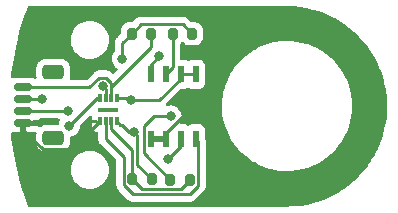
<source format=gbr>
%TF.GenerationSoftware,KiCad,Pcbnew,(6.0.0)*%
%TF.CreationDate,2022-07-24T20:05:13-05:00*%
%TF.ProjectId,DriveByWireMrSensor,44726976-6542-4795-9769-72654d725365,rev?*%
%TF.SameCoordinates,Original*%
%TF.FileFunction,Copper,L2,Bot*%
%TF.FilePolarity,Positive*%
%FSLAX46Y46*%
G04 Gerber Fmt 4.6, Leading zero omitted, Abs format (unit mm)*
G04 Created by KiCad (PCBNEW (6.0.0)) date 2022-07-24 20:05:13*
%MOMM*%
%LPD*%
G01*
G04 APERTURE LIST*
G04 Aperture macros list*
%AMRoundRect*
0 Rectangle with rounded corners*
0 $1 Rounding radius*
0 $2 $3 $4 $5 $6 $7 $8 $9 X,Y pos of 4 corners*
0 Add a 4 corners polygon primitive as box body*
4,1,4,$2,$3,$4,$5,$6,$7,$8,$9,$2,$3,0*
0 Add four circle primitives for the rounded corners*
1,1,$1+$1,$2,$3*
1,1,$1+$1,$4,$5*
1,1,$1+$1,$6,$7*
1,1,$1+$1,$8,$9*
0 Add four rect primitives between the rounded corners*
20,1,$1+$1,$2,$3,$4,$5,0*
20,1,$1+$1,$4,$5,$6,$7,0*
20,1,$1+$1,$6,$7,$8,$9,0*
20,1,$1+$1,$8,$9,$2,$3,0*%
G04 Aperture macros list end*
%TA.AperFunction,SMDPad,CuDef*%
%ADD10RoundRect,0.200000X-0.200000X-0.275000X0.200000X-0.275000X0.200000X0.275000X-0.200000X0.275000X0*%
%TD*%
%TA.AperFunction,SMDPad,CuDef*%
%ADD11RoundRect,0.200000X0.200000X0.275000X-0.200000X0.275000X-0.200000X-0.275000X0.200000X-0.275000X0*%
%TD*%
%TA.AperFunction,SMDPad,CuDef*%
%ADD12R,0.300000X0.750000*%
%TD*%
%TA.AperFunction,SMDPad,CuDef*%
%ADD13R,1.750000X0.450000*%
%TD*%
%TA.AperFunction,SMDPad,CuDef*%
%ADD14R,0.533400X1.460500*%
%TD*%
%TA.AperFunction,SMDPad,CuDef*%
%ADD15RoundRect,0.150000X0.625000X-0.150000X0.625000X0.150000X-0.625000X0.150000X-0.625000X-0.150000X0*%
%TD*%
%TA.AperFunction,SMDPad,CuDef*%
%ADD16RoundRect,0.250000X0.650000X-0.350000X0.650000X0.350000X-0.650000X0.350000X-0.650000X-0.350000X0*%
%TD*%
%TA.AperFunction,ViaPad*%
%ADD17C,0.800000*%
%TD*%
%TA.AperFunction,Conductor*%
%ADD18C,0.228600*%
%TD*%
G04 APERTURE END LIST*
D10*
%TO.P,R4,1*%
%TO.N,LM358_InM2*%
X100035000Y-72970000D03*
%TO.P,R4,2*%
%TO.N,AnalogSignal2*%
X101685000Y-72970000D03*
%TD*%
D11*
%TO.P,R1,1*%
%TO.N,LM358_InM1*%
X104975000Y-85350000D03*
%TO.P,R1,2*%
%TO.N,SourceSignal1*%
X103325000Y-85350000D03*
%TD*%
%TO.P,R3,1*%
%TO.N,LM358_InM2*%
X105173000Y-72980000D03*
%TO.P,R3,2*%
%TO.N,SourceSignal2*%
X103523000Y-72980000D03*
%TD*%
D12*
%TO.P,U1,1*%
%TO.N,AnalogSignal1*%
X98830000Y-80410000D03*
%TO.P,U1,2,-*%
%TO.N,LM358_InM1*%
X98330000Y-80410000D03*
%TO.P,U1,3,+*%
%TO.N,LM358_InP1*%
X97830000Y-80410000D03*
%TO.P,U1,4,V-*%
%TO.N,GND*%
X97330000Y-80410000D03*
%TO.P,U1,5,+*%
%TO.N,LM358_InP2*%
X97330000Y-78410000D03*
%TO.P,U1,6,-*%
%TO.N,LM358_InM2*%
X97830000Y-78410000D03*
%TO.P,U1,7*%
%TO.N,AnalogSignal2*%
X98330000Y-78410000D03*
%TO.P,U1,8,V+*%
%TO.N,+3V3*%
X98830000Y-78410000D03*
D13*
%TO.P,U1,9*%
%TO.N,N/C*%
X98080000Y-79410000D03*
%TD*%
D14*
%TO.P,U2,1,ON1*%
%TO.N,SourceSignal1*%
X101645000Y-76425850D03*
%TO.P,U2,2,ON2*%
%TO.N,SourceSignal2*%
X102915000Y-76425850D03*
%TO.P,U2,3,VCC2*%
%TO.N,+3V3*%
X104185000Y-76425850D03*
%TO.P,U2,4,VCC1*%
X105455000Y-76425850D03*
%TO.P,U2,5,OP1*%
%TO.N,LM358_InP1*%
X105455000Y-81874150D03*
%TO.P,U2,6,OP2*%
%TO.N,LM358_InP2*%
X104185000Y-81874150D03*
%TO.P,U2,7,GND2*%
%TO.N,GND*%
X102915000Y-81874150D03*
%TO.P,U2,8,GND1*%
X101645000Y-81874150D03*
%TD*%
D10*
%TO.P,R2,1*%
%TO.N,LM358_InM1*%
X100095000Y-85310000D03*
%TO.P,R2,2*%
%TO.N,AnalogSignal1*%
X101745000Y-85310000D03*
%TD*%
D15*
%TO.P,J1,1,Pin_1*%
%TO.N,GND*%
X90865000Y-80530000D03*
%TO.P,J1,2,Pin_2*%
%TO.N,+3V3*%
X90865000Y-79530000D03*
%TO.P,J1,3,Pin_3*%
%TO.N,AnalogSignal1*%
X90865000Y-78530000D03*
%TO.P,J1,4,Pin_4*%
%TO.N,AnalogSignal2*%
X90865000Y-77530000D03*
D16*
%TO.P,J1,MP*%
%TO.N,N/C*%
X93390000Y-81830000D03*
X93390000Y-76230000D03*
%TD*%
D17*
%TO.N,+3V3*%
X99970000Y-78570000D03*
X94630000Y-79530000D03*
%TO.N,GND*%
X104820000Y-79510000D03*
%TO.N,SourceSignal1*%
X103351183Y-79964951D03*
X102350000Y-74890000D03*
%TO.N,AnalogSignal1*%
X100260537Y-81331071D03*
X92410000Y-78540000D03*
%TO.N,LM358_InM2*%
X99260000Y-75110000D03*
X97600000Y-77420000D03*
%TO.N,LM358_InP2*%
X103150000Y-83550000D03*
X94760000Y-80750000D03*
%TD*%
D18*
%TO.N,+3V3*%
X102395422Y-78570000D02*
X104185000Y-76780422D01*
X99970000Y-78570000D02*
X102395422Y-78570000D01*
X99810000Y-78410000D02*
X99970000Y-78570000D01*
X90865000Y-79530000D02*
X94630000Y-79530000D01*
X98830000Y-78410000D02*
X99810000Y-78410000D01*
X104185000Y-76425850D02*
X105455000Y-76425850D01*
X104185000Y-76780422D02*
X104185000Y-76425850D01*
%TO.N,GND*%
X94996180Y-82743820D02*
X92506459Y-82743820D01*
X92506459Y-82743820D02*
X90865000Y-81102361D01*
X97330000Y-80410000D02*
X94996180Y-82743820D01*
X90865000Y-81102361D02*
X90865000Y-80530000D01*
X102915000Y-81410600D02*
X104825600Y-79500000D01*
X102915000Y-81874150D02*
X102915000Y-81410600D01*
X104825600Y-79500000D02*
X104850000Y-79500000D01*
X101645000Y-81874150D02*
X102915000Y-81874150D01*
%TO.N,SourceSignal1*%
X101064489Y-80830089D02*
X101929627Y-79964951D01*
X101064489Y-83089489D02*
X101064489Y-80830089D01*
X103325000Y-85350000D02*
X101064489Y-83089489D01*
X101929627Y-79964951D02*
X103351183Y-79964951D01*
X101645000Y-75595000D02*
X101645000Y-76425850D01*
X102350000Y-74890000D02*
X101645000Y-75595000D01*
%TO.N,AnalogSignal1*%
X90865000Y-78530000D02*
X92400000Y-78530000D01*
X98830000Y-80410000D02*
X99090700Y-80670700D01*
X99090700Y-80670700D02*
X99196140Y-80670700D01*
X100523111Y-81593645D02*
X100260537Y-81331071D01*
X92400000Y-78530000D02*
X92410000Y-78540000D01*
X99196140Y-80670700D02*
X99856511Y-81331071D01*
X99856511Y-81331071D02*
X100260537Y-81331071D01*
X100523111Y-84088111D02*
X100523111Y-81593645D01*
X101745000Y-85310000D02*
X100523111Y-84088111D01*
%TO.N,SourceSignal2*%
X103523000Y-75817850D02*
X102915000Y-76425850D01*
X103523000Y-72980000D02*
X103523000Y-75817850D01*
%TO.N,AnalogSignal2*%
X101685000Y-72970000D02*
X101685000Y-74115000D01*
X97895667Y-76706199D02*
X98330000Y-77140532D01*
X90865000Y-77530000D02*
X96470532Y-77530000D01*
X98330000Y-77470000D02*
X98330000Y-78410000D01*
X97294333Y-76706199D02*
X97895667Y-76706199D01*
X98330000Y-77140532D02*
X98330000Y-77470000D01*
X96470532Y-77530000D02*
X97294333Y-76706199D01*
X101685000Y-74115000D02*
X98330000Y-77470000D01*
%TO.N,LM358_InM1*%
X98330000Y-80410000D02*
X98330000Y-81062622D01*
X100095000Y-82827622D02*
X100095000Y-85310000D01*
X104186180Y-86138820D02*
X104975000Y-85350000D01*
X98330000Y-81062622D02*
X100095000Y-82827622D01*
X100095000Y-85310000D02*
X100923820Y-86138820D01*
X100923820Y-86138820D02*
X104186180Y-86138820D01*
%TO.N,LM358_InM2*%
X104374180Y-72181180D02*
X105173000Y-72980000D01*
X97830000Y-78410000D02*
X97830000Y-77650000D01*
X99260000Y-73745000D02*
X100035000Y-72970000D01*
X97830000Y-77650000D02*
X97600000Y-77420000D01*
X100823820Y-72181180D02*
X104374180Y-72181180D01*
X100035000Y-72970000D02*
X100823820Y-72181180D01*
X99260000Y-75110000D02*
X99260000Y-73745000D01*
%TO.N,LM358_InP1*%
X97830000Y-81890000D02*
X99380000Y-83440000D01*
X104946651Y-86580000D02*
X100163349Y-86580000D01*
X100163349Y-86580000D02*
X99380000Y-85796651D01*
X105455000Y-81874150D02*
X105688820Y-82107970D01*
X105688820Y-82107970D02*
X105688820Y-85837831D01*
X97830000Y-80410000D02*
X97830000Y-81890000D01*
X105688820Y-85837831D02*
X104946651Y-86580000D01*
X99380000Y-85796651D02*
X99380000Y-83440000D01*
%TO.N,LM358_InP2*%
X94760000Y-80750000D02*
X97100000Y-78410000D01*
X97100000Y-78410000D02*
X97330000Y-78410000D01*
X104185000Y-82515000D02*
X103150000Y-83550000D01*
X104185000Y-81874150D02*
X104185000Y-82515000D01*
%TD*%
%TA.AperFunction,Conductor*%
%TO.N,GND*%
G36*
X113156057Y-70630500D02*
G01*
X113170858Y-70632805D01*
X113170861Y-70632805D01*
X113179730Y-70634186D01*
X113202360Y-70631227D01*
X113222901Y-70630234D01*
X113749001Y-70647824D01*
X113757403Y-70648387D01*
X114313677Y-70704348D01*
X114322023Y-70705470D01*
X114873330Y-70798464D01*
X114881581Y-70800141D01*
X115425451Y-70929752D01*
X115433573Y-70931977D01*
X115967575Y-71097625D01*
X115975509Y-71100381D01*
X116123134Y-71157237D01*
X116497260Y-71301329D01*
X116505013Y-71304617D01*
X117012151Y-71539954D01*
X117019664Y-71543750D01*
X117238746Y-71663810D01*
X117509979Y-71812450D01*
X117517224Y-71816742D01*
X117902017Y-72062384D01*
X117988461Y-72117568D01*
X117995401Y-72122331D01*
X118018600Y-72139424D01*
X118445531Y-72453990D01*
X118452139Y-72459209D01*
X118879094Y-72820176D01*
X118885322Y-72825808D01*
X119287231Y-73214505D01*
X119293069Y-73220542D01*
X119658264Y-73624319D01*
X119668109Y-73635204D01*
X119673539Y-73641626D01*
X120019324Y-74079500D01*
X120020043Y-74080410D01*
X120025034Y-74087183D01*
X120127686Y-74236722D01*
X120341454Y-74548128D01*
X120345985Y-74555225D01*
X120630919Y-75036288D01*
X120634965Y-75043673D01*
X120887112Y-75542655D01*
X120890657Y-75550293D01*
X120989739Y-75783955D01*
X121098165Y-76039653D01*
X121108928Y-76065036D01*
X121111951Y-76072887D01*
X121281848Y-76562168D01*
X121295347Y-76601044D01*
X121297839Y-76609075D01*
X121406071Y-77004183D01*
X121445555Y-77148323D01*
X121447506Y-77156511D01*
X121558221Y-77701206D01*
X121558869Y-77704396D01*
X121560268Y-77712686D01*
X121592693Y-77953789D01*
X121634790Y-78266810D01*
X121635633Y-78275188D01*
X121672977Y-78833042D01*
X121673258Y-78841458D01*
X121673258Y-79400542D01*
X121672977Y-79408958D01*
X121635633Y-79966812D01*
X121634790Y-79975190D01*
X121619919Y-80085767D01*
X121563956Y-80501895D01*
X121560270Y-80529301D01*
X121558871Y-80537590D01*
X121447507Y-81085485D01*
X121445556Y-81093673D01*
X121317911Y-81559652D01*
X121297842Y-81632914D01*
X121295350Y-81640945D01*
X121113436Y-82164838D01*
X121111954Y-82169106D01*
X121108931Y-82176956D01*
X121035065Y-82351153D01*
X120890657Y-82691707D01*
X120887112Y-82699345D01*
X120634965Y-83198327D01*
X120630919Y-83205712D01*
X120345985Y-83686775D01*
X120341454Y-83693872D01*
X120305529Y-83746206D01*
X120071548Y-84087058D01*
X120025038Y-84154811D01*
X120020047Y-84161584D01*
X119687752Y-84582376D01*
X119673546Y-84600365D01*
X119668116Y-84606788D01*
X119293069Y-85021458D01*
X119287231Y-85027495D01*
X118885322Y-85416192D01*
X118879094Y-85421824D01*
X118624414Y-85637142D01*
X118452139Y-85782791D01*
X118445531Y-85788010D01*
X118361862Y-85849658D01*
X118023356Y-86099072D01*
X117995404Y-86119667D01*
X117988463Y-86124430D01*
X117688778Y-86315742D01*
X117517224Y-86425258D01*
X117509979Y-86429550D01*
X117019666Y-86698249D01*
X117012151Y-86702046D01*
X116505013Y-86937383D01*
X116497260Y-86940671D01*
X115975509Y-87141619D01*
X115967575Y-87144375D01*
X115764271Y-87207440D01*
X115433573Y-87310023D01*
X115425451Y-87312248D01*
X114881581Y-87441859D01*
X114873330Y-87443536D01*
X114322023Y-87536530D01*
X114313677Y-87537652D01*
X114210271Y-87548055D01*
X113757387Y-87593615D01*
X113749016Y-87594176D01*
X113421495Y-87605127D01*
X113230446Y-87611514D01*
X113206852Y-87610084D01*
X113201145Y-87609195D01*
X113201138Y-87609195D01*
X113192270Y-87607814D01*
X113183368Y-87608978D01*
X113183365Y-87608978D01*
X113160749Y-87611936D01*
X113144411Y-87613000D01*
X91373669Y-87613000D01*
X91305548Y-87592998D01*
X91259055Y-87539342D01*
X91255977Y-87531996D01*
X91086731Y-87089320D01*
X91085089Y-87084764D01*
X90900745Y-86540789D01*
X90796830Y-86234150D01*
X90795370Y-86229553D01*
X90790341Y-86212593D01*
X90672246Y-85814378D01*
X90540013Y-85368487D01*
X90538726Y-85363819D01*
X90375587Y-84724539D01*
X90318287Y-84500000D01*
X94886526Y-84500000D01*
X94906391Y-84752403D01*
X94965495Y-84998591D01*
X95062384Y-85232502D01*
X95194672Y-85448376D01*
X95359102Y-85640898D01*
X95551624Y-85805328D01*
X95767498Y-85937616D01*
X95772068Y-85939509D01*
X95772072Y-85939511D01*
X95966977Y-86020243D01*
X96001409Y-86034505D01*
X96077556Y-86052786D01*
X96242784Y-86092454D01*
X96242790Y-86092455D01*
X96247597Y-86093609D01*
X96347416Y-86101465D01*
X96434345Y-86108307D01*
X96434352Y-86108307D01*
X96436801Y-86108500D01*
X96563199Y-86108500D01*
X96565648Y-86108307D01*
X96565655Y-86108307D01*
X96652584Y-86101465D01*
X96752403Y-86093609D01*
X96757210Y-86092455D01*
X96757216Y-86092454D01*
X96922444Y-86052786D01*
X96998591Y-86034505D01*
X97033023Y-86020243D01*
X97227928Y-85939511D01*
X97227932Y-85939509D01*
X97232502Y-85937616D01*
X97448376Y-85805328D01*
X97640898Y-85640898D01*
X97805328Y-85448376D01*
X97937616Y-85232502D01*
X98034505Y-84998591D01*
X98093609Y-84752403D01*
X98113474Y-84500000D01*
X98093609Y-84247597D01*
X98091906Y-84240500D01*
X98035660Y-84006221D01*
X98034505Y-84001409D01*
X98028426Y-83986732D01*
X97939511Y-83772072D01*
X97939509Y-83772068D01*
X97937616Y-83767498D01*
X97805328Y-83551624D01*
X97640898Y-83359102D01*
X97448376Y-83194672D01*
X97232502Y-83062384D01*
X97227932Y-83060491D01*
X97227928Y-83060489D01*
X97003164Y-82967389D01*
X97003162Y-82967388D01*
X96998591Y-82965495D01*
X96884744Y-82938163D01*
X96757216Y-82907546D01*
X96757210Y-82907545D01*
X96752403Y-82906391D01*
X96652584Y-82898535D01*
X96565655Y-82891693D01*
X96565648Y-82891693D01*
X96563199Y-82891500D01*
X96436801Y-82891500D01*
X96434352Y-82891693D01*
X96434345Y-82891693D01*
X96347416Y-82898535D01*
X96247597Y-82906391D01*
X96242790Y-82907545D01*
X96242784Y-82907546D01*
X96115256Y-82938163D01*
X96001409Y-82965495D01*
X95996838Y-82967388D01*
X95996836Y-82967389D01*
X95772072Y-83060489D01*
X95772068Y-83060491D01*
X95767498Y-83062384D01*
X95551624Y-83194672D01*
X95359102Y-83359102D01*
X95194672Y-83551624D01*
X95062384Y-83767498D01*
X95060491Y-83772068D01*
X95060489Y-83772072D01*
X94971574Y-83986732D01*
X94965495Y-84001409D01*
X94964340Y-84006221D01*
X94908095Y-84240500D01*
X94906391Y-84247597D01*
X94886526Y-84500000D01*
X90318287Y-84500000D01*
X90316653Y-84493596D01*
X90315548Y-84488895D01*
X90311021Y-84467800D01*
X90230332Y-84091847D01*
X90127075Y-83610743D01*
X90126150Y-83605989D01*
X89971564Y-82721251D01*
X89970823Y-82716465D01*
X89905471Y-82233650D01*
X89850356Y-81826472D01*
X89849801Y-81821683D01*
X89849759Y-81821242D01*
X89811043Y-81419611D01*
X89824417Y-81349886D01*
X89873364Y-81298459D01*
X89942344Y-81281659D01*
X89976352Y-81289535D01*
X89976600Y-81288682D01*
X90130065Y-81333269D01*
X90142667Y-81335570D01*
X90171084Y-81337807D01*
X90176014Y-81338000D01*
X90592885Y-81338000D01*
X90608124Y-81333525D01*
X90609329Y-81332135D01*
X90611000Y-81324452D01*
X90611000Y-80464500D01*
X90631002Y-80396379D01*
X90684658Y-80349886D01*
X90737000Y-80338500D01*
X91556502Y-80338500D01*
X91558950Y-80338307D01*
X91558958Y-80338307D01*
X91587421Y-80336067D01*
X91587426Y-80336066D01*
X91593831Y-80335562D01*
X91665578Y-80314718D01*
X91745989Y-80291357D01*
X91745993Y-80291355D01*
X91753601Y-80289145D01*
X91758725Y-80286115D01*
X91807570Y-80276000D01*
X92126878Y-80276000D01*
X92140408Y-80272027D01*
X92142012Y-80260868D01*
X92171505Y-80196288D01*
X92231232Y-80157904D01*
X92266730Y-80152800D01*
X93837510Y-80152800D01*
X93905631Y-80172802D01*
X93952124Y-80226458D01*
X93962228Y-80296732D01*
X93946630Y-80341799D01*
X93925473Y-80378444D01*
X93923431Y-80384729D01*
X93885288Y-80502121D01*
X93866458Y-80560072D01*
X93865768Y-80566635D01*
X93865768Y-80566636D01*
X93861350Y-80608671D01*
X93834337Y-80674327D01*
X93776115Y-80714957D01*
X93736040Y-80721500D01*
X92689600Y-80721500D01*
X92686354Y-80721837D01*
X92686350Y-80721837D01*
X92590692Y-80731762D01*
X92590688Y-80731763D01*
X92583834Y-80732474D01*
X92577298Y-80734655D01*
X92577296Y-80734655D01*
X92568535Y-80737578D01*
X92416054Y-80788450D01*
X92338423Y-80836490D01*
X92325212Y-80844665D01*
X92256760Y-80863503D01*
X92188991Y-80842342D01*
X92153105Y-80805943D01*
X92141520Y-80788029D01*
X92132630Y-80784000D01*
X91137115Y-80784000D01*
X91121876Y-80788475D01*
X91120671Y-80789865D01*
X91119000Y-80797548D01*
X91119000Y-81319884D01*
X91123475Y-81335123D01*
X91124865Y-81336328D01*
X91132548Y-81337999D01*
X91553984Y-81337999D01*
X91558920Y-81337805D01*
X91587336Y-81335570D01*
X91599931Y-81333270D01*
X91745790Y-81290893D01*
X91760226Y-81284646D01*
X91796649Y-81263106D01*
X91865466Y-81245647D01*
X91932797Y-81268165D01*
X91977265Y-81323510D01*
X91986131Y-81384402D01*
X91981500Y-81429600D01*
X91981500Y-82230400D01*
X91981837Y-82233646D01*
X91981837Y-82233650D01*
X91990103Y-82313311D01*
X91992474Y-82336166D01*
X92048450Y-82503946D01*
X92141522Y-82654348D01*
X92146704Y-82659521D01*
X92187461Y-82700207D01*
X92266697Y-82779305D01*
X92272927Y-82783145D01*
X92272928Y-82783146D01*
X92410090Y-82867694D01*
X92417262Y-82872115D01*
X92426518Y-82875185D01*
X92578611Y-82925632D01*
X92578613Y-82925632D01*
X92585139Y-82927797D01*
X92591975Y-82928497D01*
X92591978Y-82928498D01*
X92635031Y-82932909D01*
X92689600Y-82938500D01*
X94090400Y-82938500D01*
X94093646Y-82938163D01*
X94093650Y-82938163D01*
X94189308Y-82928238D01*
X94189312Y-82928237D01*
X94196166Y-82927526D01*
X94202702Y-82925345D01*
X94202704Y-82925345D01*
X94353051Y-82875185D01*
X94363946Y-82871550D01*
X94514348Y-82778478D01*
X94639305Y-82653303D01*
X94718783Y-82524366D01*
X94728275Y-82508968D01*
X94728276Y-82508966D01*
X94732115Y-82502738D01*
X94764062Y-82406419D01*
X94785632Y-82341389D01*
X94785632Y-82341387D01*
X94787797Y-82334861D01*
X94788831Y-82324775D01*
X94798172Y-82233598D01*
X94798500Y-82230400D01*
X94798500Y-81772646D01*
X94818502Y-81704525D01*
X94872158Y-81658032D01*
X94898302Y-81649399D01*
X95042288Y-81618794D01*
X95175124Y-81559652D01*
X95210722Y-81543803D01*
X95210724Y-81543802D01*
X95216752Y-81541118D01*
X95371253Y-81428866D01*
X95379585Y-81419612D01*
X95494621Y-81291852D01*
X95494622Y-81291851D01*
X95499040Y-81286944D01*
X95588578Y-81131860D01*
X95591223Y-81127279D01*
X95591224Y-81127278D01*
X95594527Y-81121556D01*
X95653542Y-80939928D01*
X95655083Y-80925272D01*
X95663554Y-80844665D01*
X95672685Y-80757797D01*
X95699697Y-80692141D01*
X95708899Y-80681873D01*
X96456905Y-79933867D01*
X96519217Y-79899841D01*
X96590032Y-79904906D01*
X96646868Y-79947453D01*
X96671679Y-80013973D01*
X96672000Y-80022962D01*
X96672000Y-80241885D01*
X96676475Y-80257124D01*
X96677865Y-80258329D01*
X96685548Y-80260000D01*
X97045500Y-80260000D01*
X97113621Y-80280002D01*
X97160114Y-80333658D01*
X97171500Y-80386000D01*
X97171500Y-80434000D01*
X97151498Y-80502121D01*
X97097842Y-80548614D01*
X97045500Y-80560000D01*
X96690116Y-80560000D01*
X96674877Y-80564475D01*
X96673672Y-80565865D01*
X96672001Y-80573548D01*
X96672001Y-80829669D01*
X96672371Y-80836490D01*
X96677895Y-80887352D01*
X96681521Y-80902604D01*
X96726676Y-81023054D01*
X96735214Y-81038649D01*
X96811715Y-81140724D01*
X96824276Y-81153285D01*
X96926351Y-81229786D01*
X96941946Y-81238324D01*
X97062394Y-81283478D01*
X97077650Y-81287106D01*
X97094805Y-81288969D01*
X97160368Y-81316209D01*
X97200795Y-81374572D01*
X97207200Y-81414232D01*
X97207200Y-81812648D01*
X97206687Y-81823538D01*
X97205036Y-81830923D01*
X97205285Y-81838848D01*
X97205285Y-81838849D01*
X97207138Y-81897805D01*
X97207200Y-81901763D01*
X97207200Y-81929183D01*
X97207696Y-81933112D01*
X97207716Y-81933426D01*
X97208616Y-81944853D01*
X97209979Y-81988202D01*
X97215488Y-82007164D01*
X97219497Y-82026525D01*
X97221972Y-82046115D01*
X97224891Y-82053487D01*
X97224891Y-82053488D01*
X97237939Y-82086445D01*
X97241784Y-82097675D01*
X97253880Y-82139310D01*
X97257915Y-82146134D01*
X97257916Y-82146135D01*
X97263928Y-82156301D01*
X97272627Y-82174058D01*
X97279898Y-82192421D01*
X97284557Y-82198833D01*
X97305390Y-82227508D01*
X97311904Y-82237425D01*
X97333980Y-82274752D01*
X97347941Y-82288713D01*
X97360781Y-82303746D01*
X97372390Y-82319724D01*
X97399923Y-82342501D01*
X97405813Y-82347374D01*
X97414592Y-82355364D01*
X98720295Y-83661068D01*
X98754321Y-83723380D01*
X98757200Y-83750163D01*
X98757200Y-85719299D01*
X98756687Y-85730189D01*
X98755036Y-85737574D01*
X98755285Y-85745499D01*
X98755285Y-85745500D01*
X98757138Y-85804456D01*
X98757200Y-85808414D01*
X98757200Y-85835834D01*
X98757696Y-85839763D01*
X98757716Y-85840077D01*
X98758616Y-85851504D01*
X98759979Y-85894853D01*
X98765488Y-85913815D01*
X98769497Y-85933176D01*
X98771972Y-85952766D01*
X98774891Y-85960138D01*
X98774891Y-85960139D01*
X98787939Y-85993096D01*
X98791784Y-86004326D01*
X98800552Y-86034505D01*
X98803880Y-86045961D01*
X98807915Y-86052785D01*
X98807916Y-86052786D01*
X98813928Y-86062952D01*
X98822627Y-86080709D01*
X98829898Y-86099072D01*
X98834557Y-86105484D01*
X98855390Y-86134159D01*
X98861906Y-86144078D01*
X98879002Y-86172985D01*
X98883980Y-86181403D01*
X98897941Y-86195364D01*
X98910781Y-86210397D01*
X98922390Y-86226375D01*
X98947506Y-86247153D01*
X98955813Y-86254025D01*
X98964592Y-86262015D01*
X99668258Y-86965681D01*
X99675604Y-86973754D01*
X99679659Y-86980143D01*
X99726871Y-87024477D01*
X99728457Y-87025967D01*
X99731299Y-87028722D01*
X99750670Y-87048093D01*
X99753805Y-87050525D01*
X99753973Y-87050673D01*
X99762748Y-87058169D01*
X99794367Y-87087860D01*
X99801309Y-87091676D01*
X99801314Y-87091680D01*
X99811670Y-87097373D01*
X99828195Y-87108228D01*
X99843798Y-87120331D01*
X99883617Y-87137563D01*
X99894247Y-87142770D01*
X99932259Y-87163667D01*
X99939937Y-87165638D01*
X99939944Y-87165641D01*
X99951383Y-87168578D01*
X99970088Y-87174982D01*
X99988212Y-87182825D01*
X99996041Y-87184065D01*
X100031045Y-87189609D01*
X100042668Y-87192016D01*
X100065228Y-87197808D01*
X100084671Y-87202800D01*
X100104417Y-87202800D01*
X100124127Y-87204351D01*
X100135801Y-87206200D01*
X100135802Y-87206200D01*
X100143631Y-87207440D01*
X100151523Y-87206694D01*
X100169825Y-87204964D01*
X100186805Y-87203359D01*
X100198662Y-87202800D01*
X104869299Y-87202800D01*
X104880189Y-87203313D01*
X104887574Y-87204964D01*
X104895499Y-87204715D01*
X104895500Y-87204715D01*
X104954456Y-87202862D01*
X104958414Y-87202800D01*
X104985834Y-87202800D01*
X104989763Y-87202304D01*
X104990077Y-87202284D01*
X105001504Y-87201384D01*
X105044853Y-87200021D01*
X105063816Y-87194512D01*
X105083176Y-87190503D01*
X105094899Y-87189022D01*
X105094900Y-87189022D01*
X105102766Y-87188028D01*
X105110139Y-87185109D01*
X105143096Y-87172061D01*
X105154326Y-87168216D01*
X105188351Y-87158331D01*
X105188352Y-87158331D01*
X105195961Y-87156120D01*
X105202786Y-87152084D01*
X105212952Y-87146072D01*
X105230709Y-87137373D01*
X105235743Y-87135379D01*
X105241703Y-87133020D01*
X105241705Y-87133019D01*
X105249072Y-87130102D01*
X105284159Y-87104610D01*
X105294078Y-87098094D01*
X105324579Y-87080056D01*
X105324580Y-87080055D01*
X105331403Y-87076020D01*
X105345364Y-87062059D01*
X105360398Y-87049218D01*
X105376375Y-87037610D01*
X105404025Y-87004187D01*
X105412015Y-86995408D01*
X106074501Y-86332922D01*
X106082574Y-86325576D01*
X106088963Y-86321521D01*
X106134787Y-86272723D01*
X106137542Y-86269881D01*
X106156912Y-86250511D01*
X106159344Y-86247375D01*
X106159540Y-86247153D01*
X106166993Y-86238426D01*
X106173145Y-86231875D01*
X106196680Y-86206813D01*
X106206193Y-86189509D01*
X106217047Y-86172985D01*
X106224292Y-86163645D01*
X106224293Y-86163644D01*
X106229150Y-86157382D01*
X106246371Y-86117587D01*
X106251593Y-86106927D01*
X106258701Y-86093997D01*
X106272487Y-86068921D01*
X106277397Y-86049798D01*
X106283801Y-86031092D01*
X106288496Y-86020243D01*
X106288496Y-86020242D01*
X106291644Y-86012968D01*
X106298428Y-85970132D01*
X106300836Y-85958509D01*
X106309649Y-85924186D01*
X106309649Y-85924185D01*
X106311620Y-85916509D01*
X106311620Y-85896764D01*
X106313171Y-85877053D01*
X106315020Y-85865379D01*
X106316260Y-85857550D01*
X106314207Y-85835834D01*
X106312179Y-85814378D01*
X106311620Y-85802520D01*
X106311620Y-82185321D01*
X106312133Y-82174431D01*
X106313784Y-82167046D01*
X106311682Y-82100163D01*
X106311620Y-82096206D01*
X106311620Y-82068787D01*
X106311124Y-82064858D01*
X106311104Y-82064544D01*
X106310203Y-82053110D01*
X106309090Y-82017694D01*
X106308841Y-82009768D01*
X106303332Y-81990805D01*
X106299323Y-81971445D01*
X106297842Y-81959722D01*
X106297842Y-81959721D01*
X106296848Y-81951855D01*
X106293929Y-81944482D01*
X106280881Y-81911525D01*
X106277036Y-81900295D01*
X106267151Y-81866270D01*
X106267151Y-81866269D01*
X106264940Y-81858660D01*
X106254892Y-81841670D01*
X106246192Y-81823912D01*
X106245135Y-81821242D01*
X106239047Y-81805864D01*
X106230200Y-81759483D01*
X106230200Y-81095766D01*
X106223445Y-81033584D01*
X106172315Y-80897195D01*
X106084961Y-80780639D01*
X105968405Y-80693285D01*
X105832016Y-80642155D01*
X105769834Y-80635400D01*
X105140166Y-80635400D01*
X105077984Y-80642155D01*
X104941595Y-80693285D01*
X104895563Y-80727784D01*
X104829059Y-80752631D01*
X104759677Y-80737578D01*
X104744445Y-80727790D01*
X104698405Y-80693285D01*
X104562016Y-80642155D01*
X104499834Y-80635400D01*
X104231382Y-80635400D01*
X104163261Y-80615398D01*
X104116768Y-80561742D01*
X104106664Y-80491468D01*
X104122263Y-80446400D01*
X104182406Y-80342230D01*
X104182407Y-80342229D01*
X104185710Y-80336507D01*
X104244725Y-80154879D01*
X104249835Y-80106265D01*
X104263997Y-79971516D01*
X104264687Y-79964951D01*
X104247524Y-79801656D01*
X104245415Y-79781586D01*
X104245415Y-79781584D01*
X104244725Y-79775023D01*
X104185710Y-79593395D01*
X104090223Y-79428007D01*
X104078376Y-79414849D01*
X104002750Y-79330858D01*
X107691870Y-79330858D01*
X107692090Y-79333475D01*
X107692090Y-79333481D01*
X107703123Y-79464871D01*
X107730505Y-79790957D01*
X107730947Y-79793570D01*
X107806775Y-80241885D01*
X107807506Y-80246209D01*
X107922330Y-80693421D01*
X107923198Y-80695915D01*
X107923200Y-80695920D01*
X107955431Y-80788475D01*
X108074174Y-81129457D01*
X108261972Y-81551258D01*
X108484406Y-81955864D01*
X108485858Y-81958050D01*
X108485862Y-81958056D01*
X108736211Y-82334861D01*
X108739917Y-82340439D01*
X109026712Y-82702285D01*
X109219465Y-82907546D01*
X109318546Y-83013056D01*
X109342780Y-83038863D01*
X109685903Y-83347812D01*
X109687987Y-83349394D01*
X109687992Y-83349398D01*
X110029186Y-83608378D01*
X110053676Y-83626967D01*
X110055910Y-83628385D01*
X110055919Y-83628391D01*
X110331565Y-83803321D01*
X110443517Y-83874368D01*
X110445844Y-83875584D01*
X110445850Y-83875588D01*
X110850355Y-84087058D01*
X110850360Y-84087060D01*
X110852693Y-84088280D01*
X111278334Y-84267203D01*
X111280834Y-84268015D01*
X111280844Y-84268019D01*
X111714939Y-84409064D01*
X111714943Y-84409065D01*
X111717454Y-84409881D01*
X111959259Y-84466596D01*
X112164405Y-84514713D01*
X112164412Y-84514714D01*
X112166973Y-84515315D01*
X112623738Y-84582764D01*
X112626379Y-84582930D01*
X112626387Y-84582931D01*
X112874942Y-84598569D01*
X113084545Y-84611756D01*
X113087177Y-84611701D01*
X113087184Y-84611701D01*
X113253562Y-84608215D01*
X113546162Y-84602086D01*
X113548784Y-84601810D01*
X113548791Y-84601810D01*
X114002719Y-84554101D01*
X114002728Y-84554100D01*
X114005351Y-84553824D01*
X114458891Y-84467306D01*
X114461423Y-84466599D01*
X114461436Y-84466596D01*
X114901062Y-84343850D01*
X114901070Y-84343847D01*
X114903600Y-84343141D01*
X115173452Y-84242784D01*
X115333887Y-84183119D01*
X115333893Y-84183116D01*
X115336360Y-84182199D01*
X115754135Y-83985609D01*
X116153995Y-83754750D01*
X116533134Y-83491241D01*
X116882646Y-83202100D01*
X116886865Y-83198610D01*
X116886871Y-83198604D01*
X116888894Y-83196931D01*
X116893838Y-83192090D01*
X117076661Y-83013056D01*
X117218779Y-82873884D01*
X117220492Y-82871899D01*
X117220499Y-82871892D01*
X117352571Y-82718884D01*
X117520475Y-82524366D01*
X117522027Y-82522230D01*
X117522034Y-82522221D01*
X117790315Y-82152963D01*
X117790317Y-82152960D01*
X117791866Y-82150828D01*
X117847450Y-82059049D01*
X117940136Y-81906006D01*
X118031049Y-81755891D01*
X118236345Y-81342324D01*
X118406315Y-80913030D01*
X118539766Y-80471018D01*
X118540624Y-80466984D01*
X118632560Y-80034456D01*
X118635763Y-80019389D01*
X118693631Y-79561312D01*
X118694125Y-79549538D01*
X118712855Y-79102647D01*
X118712966Y-79099999D01*
X118695902Y-78692878D01*
X118693742Y-78641332D01*
X118693742Y-78641330D01*
X118693631Y-78638686D01*
X118639166Y-78207544D01*
X118636094Y-78183229D01*
X118635763Y-78180609D01*
X118606671Y-78043741D01*
X118540312Y-77731547D01*
X118540310Y-77731539D01*
X118539766Y-77728980D01*
X118406315Y-77286968D01*
X118236345Y-76857674D01*
X118031049Y-76444107D01*
X117859446Y-76160758D01*
X117793230Y-76051422D01*
X117793228Y-76051420D01*
X117791866Y-76049170D01*
X117769411Y-76018263D01*
X117522034Y-75677777D01*
X117522027Y-75677768D01*
X117520475Y-75675632D01*
X117292394Y-75411398D01*
X117220499Y-75328106D01*
X117220492Y-75328099D01*
X117218779Y-75326114D01*
X116922177Y-75035660D01*
X116890770Y-75004904D01*
X116890769Y-75004903D01*
X116888894Y-75003067D01*
X116886871Y-75001394D01*
X116886865Y-75001388D01*
X116649868Y-74805328D01*
X116533134Y-74708757D01*
X116153995Y-74445248D01*
X115754135Y-74214389D01*
X115336360Y-74017799D01*
X115333893Y-74016882D01*
X115333887Y-74016879D01*
X114996852Y-73891537D01*
X114903600Y-73856857D01*
X114901070Y-73856151D01*
X114901062Y-73856148D01*
X114461436Y-73733402D01*
X114461423Y-73733399D01*
X114458891Y-73732692D01*
X114005351Y-73646174D01*
X114002728Y-73645898D01*
X114002719Y-73645897D01*
X113548791Y-73598188D01*
X113548784Y-73598188D01*
X113546162Y-73597912D01*
X113253562Y-73591783D01*
X113087184Y-73588297D01*
X113087177Y-73588297D01*
X113084545Y-73588242D01*
X112874942Y-73601429D01*
X112626387Y-73617067D01*
X112626379Y-73617068D01*
X112623738Y-73617234D01*
X112166973Y-73684683D01*
X112164412Y-73685284D01*
X112164405Y-73685285D01*
X112027262Y-73717452D01*
X111717454Y-73790117D01*
X111714943Y-73790933D01*
X111714939Y-73790934D01*
X111280844Y-73931979D01*
X111280834Y-73931983D01*
X111278334Y-73932795D01*
X110852693Y-74111718D01*
X110850360Y-74112938D01*
X110850355Y-74112940D01*
X110445850Y-74324410D01*
X110445844Y-74324414D01*
X110443517Y-74325630D01*
X110441289Y-74327044D01*
X110055919Y-74571607D01*
X110055910Y-74571613D01*
X110053676Y-74573031D01*
X110051569Y-74574630D01*
X110051568Y-74574631D01*
X109874864Y-74708757D01*
X109685903Y-74852186D01*
X109342780Y-75161135D01*
X109340976Y-75163056D01*
X109340972Y-75163060D01*
X109309449Y-75196629D01*
X109026712Y-75497713D01*
X108739917Y-75859559D01*
X108738463Y-75861748D01*
X108738459Y-75861753D01*
X108506966Y-76210179D01*
X108484406Y-76244134D01*
X108261972Y-76648740D01*
X108074174Y-77070541D01*
X108073306Y-77073034D01*
X107950462Y-77425794D01*
X107922330Y-77506577D01*
X107921675Y-77509128D01*
X107905477Y-77572217D01*
X107807506Y-77953789D01*
X107807067Y-77956385D01*
X107807065Y-77956394D01*
X107749501Y-78296732D01*
X107730505Y-78409041D01*
X107710999Y-78641332D01*
X107692970Y-78856045D01*
X107691870Y-78869140D01*
X107691870Y-79330858D01*
X104002750Y-79330858D01*
X103966858Y-79290996D01*
X103966857Y-79290995D01*
X103962436Y-79286085D01*
X103837019Y-79194964D01*
X103813277Y-79177714D01*
X103813276Y-79177713D01*
X103807935Y-79173833D01*
X103801907Y-79171149D01*
X103801905Y-79171148D01*
X103639502Y-79098842D01*
X103639501Y-79098842D01*
X103633471Y-79096157D01*
X103535159Y-79075260D01*
X103453127Y-79057823D01*
X103453122Y-79057823D01*
X103446670Y-79056451D01*
X103255696Y-79056451D01*
X103249244Y-79057823D01*
X103249239Y-79057823D01*
X103080040Y-79093788D01*
X103009249Y-79088386D01*
X102952617Y-79045569D01*
X102928123Y-78978932D01*
X102943544Y-78909630D01*
X102964748Y-78881446D01*
X104144689Y-77701505D01*
X104207001Y-77667479D01*
X104233784Y-77664600D01*
X104499834Y-77664600D01*
X104562016Y-77657845D01*
X104698405Y-77606715D01*
X104744437Y-77572216D01*
X104810941Y-77547369D01*
X104880323Y-77562422D01*
X104895555Y-77572210D01*
X104941595Y-77606715D01*
X105077984Y-77657845D01*
X105140166Y-77664600D01*
X105769834Y-77664600D01*
X105832016Y-77657845D01*
X105968405Y-77606715D01*
X106084961Y-77519361D01*
X106172315Y-77402805D01*
X106223445Y-77266416D01*
X106230200Y-77204234D01*
X106230200Y-75647466D01*
X106223445Y-75585284D01*
X106172315Y-75448895D01*
X106084961Y-75332339D01*
X105968405Y-75244985D01*
X105832016Y-75193855D01*
X105769834Y-75187100D01*
X105140166Y-75187100D01*
X105077984Y-75193855D01*
X104941595Y-75244985D01*
X104895563Y-75279484D01*
X104829059Y-75304331D01*
X104759677Y-75289278D01*
X104744445Y-75279490D01*
X104698405Y-75244985D01*
X104562016Y-75193855D01*
X104499834Y-75187100D01*
X104271800Y-75187100D01*
X104203679Y-75167098D01*
X104157186Y-75113442D01*
X104145800Y-75061100D01*
X104145800Y-73886410D01*
X104165802Y-73818289D01*
X104182705Y-73797315D01*
X104258905Y-73721115D01*
X104321217Y-73687089D01*
X104392032Y-73692154D01*
X104437095Y-73721115D01*
X104532619Y-73816639D01*
X104679301Y-73905472D01*
X104686548Y-73907743D01*
X104686550Y-73907744D01*
X104752836Y-73928517D01*
X104842938Y-73956753D01*
X104916365Y-73963500D01*
X104919263Y-73963500D01*
X105173665Y-73963499D01*
X105429634Y-73963499D01*
X105432492Y-73963236D01*
X105432501Y-73963236D01*
X105468004Y-73959974D01*
X105503062Y-73956753D01*
X105509693Y-73954675D01*
X105659450Y-73907744D01*
X105659452Y-73907743D01*
X105666699Y-73905472D01*
X105813381Y-73816639D01*
X105934639Y-73695381D01*
X106023472Y-73548699D01*
X106037189Y-73504930D01*
X106066988Y-73409839D01*
X106074753Y-73385062D01*
X106081500Y-73311635D01*
X106081499Y-72648366D01*
X106080847Y-72641263D01*
X106075364Y-72581592D01*
X106074753Y-72574938D01*
X106023472Y-72411301D01*
X105934639Y-72264619D01*
X105813381Y-72143361D01*
X105666699Y-72054528D01*
X105659452Y-72052257D01*
X105659450Y-72052256D01*
X105593164Y-72031483D01*
X105503062Y-72003247D01*
X105429635Y-71996500D01*
X105410730Y-71996500D01*
X105122464Y-71996501D01*
X105054344Y-71976499D01*
X105033368Y-71959596D01*
X104965466Y-71891693D01*
X104869263Y-71795490D01*
X104861922Y-71787423D01*
X104857870Y-71781037D01*
X104809088Y-71735228D01*
X104806247Y-71732474D01*
X104786860Y-71713087D01*
X104783726Y-71710656D01*
X104783541Y-71710493D01*
X104774769Y-71703001D01*
X104748940Y-71678746D01*
X104743162Y-71673320D01*
X104725858Y-71663807D01*
X104709341Y-71652957D01*
X104699991Y-71645705D01*
X104693731Y-71640849D01*
X104653912Y-71623617D01*
X104643282Y-71618410D01*
X104605270Y-71597513D01*
X104597592Y-71595542D01*
X104597585Y-71595539D01*
X104586146Y-71592602D01*
X104567441Y-71586198D01*
X104556594Y-71581504D01*
X104556593Y-71581504D01*
X104549317Y-71578355D01*
X104506484Y-71571571D01*
X104494861Y-71569164D01*
X104468979Y-71562519D01*
X104452858Y-71558380D01*
X104433112Y-71558380D01*
X104413402Y-71556829D01*
X104401728Y-71554980D01*
X104401727Y-71554980D01*
X104393898Y-71553740D01*
X104361219Y-71556829D01*
X104350724Y-71557821D01*
X104338867Y-71558380D01*
X100901172Y-71558380D01*
X100890282Y-71557867D01*
X100882897Y-71556216D01*
X100874972Y-71556465D01*
X100874971Y-71556465D01*
X100816015Y-71558318D01*
X100812057Y-71558380D01*
X100784637Y-71558380D01*
X100780708Y-71558876D01*
X100780394Y-71558896D01*
X100768967Y-71559796D01*
X100725618Y-71561159D01*
X100706656Y-71566668D01*
X100687295Y-71570677D01*
X100675572Y-71572158D01*
X100675571Y-71572158D01*
X100667705Y-71573152D01*
X100660333Y-71576071D01*
X100660332Y-71576071D01*
X100627375Y-71589119D01*
X100616145Y-71592964D01*
X100607282Y-71595539D01*
X100574510Y-71605060D01*
X100567686Y-71609095D01*
X100567685Y-71609096D01*
X100557519Y-71615108D01*
X100539762Y-71623807D01*
X100534728Y-71625801D01*
X100528768Y-71628160D01*
X100528766Y-71628161D01*
X100521399Y-71631078D01*
X100501267Y-71645705D01*
X100486312Y-71656570D01*
X100476395Y-71663084D01*
X100439068Y-71685160D01*
X100425107Y-71699121D01*
X100410074Y-71711961D01*
X100394096Y-71723570D01*
X100389045Y-71729676D01*
X100366451Y-71756987D01*
X100358461Y-71765767D01*
X100174631Y-71949596D01*
X100112319Y-71983621D01*
X100085536Y-71986500D01*
X99797178Y-71986501D01*
X99778366Y-71986501D01*
X99775508Y-71986764D01*
X99775499Y-71986764D01*
X99739996Y-71990026D01*
X99704938Y-71993247D01*
X99698560Y-71995246D01*
X99698559Y-71995246D01*
X99548550Y-72042256D01*
X99548548Y-72042257D01*
X99541301Y-72044528D01*
X99394619Y-72133361D01*
X99273361Y-72254619D01*
X99184528Y-72401301D01*
X99133247Y-72564938D01*
X99126500Y-72638365D01*
X99126501Y-72803980D01*
X99126501Y-72945536D01*
X99106499Y-73013656D01*
X99089596Y-73034632D01*
X98874310Y-73249917D01*
X98866243Y-73257258D01*
X98859857Y-73261310D01*
X98854432Y-73267087D01*
X98814049Y-73310091D01*
X98811294Y-73312933D01*
X98791907Y-73332320D01*
X98789476Y-73335454D01*
X98789313Y-73335639D01*
X98781822Y-73344410D01*
X98752140Y-73376018D01*
X98743659Y-73391446D01*
X98742630Y-73393317D01*
X98731777Y-73409839D01*
X98719669Y-73425449D01*
X98702437Y-73465268D01*
X98697230Y-73475898D01*
X98676333Y-73513910D01*
X98674362Y-73521588D01*
X98674359Y-73521595D01*
X98671422Y-73533034D01*
X98665018Y-73551739D01*
X98657175Y-73569863D01*
X98655935Y-73577692D01*
X98650391Y-73612696D01*
X98647984Y-73624319D01*
X98643538Y-73641635D01*
X98637200Y-73666322D01*
X98637200Y-73686068D01*
X98635649Y-73705778D01*
X98632560Y-73725282D01*
X98633306Y-73733174D01*
X98636641Y-73768456D01*
X98637200Y-73780313D01*
X98637200Y-74395592D01*
X98617198Y-74463713D01*
X98604836Y-74479902D01*
X98540275Y-74551605D01*
X98520960Y-74573056D01*
X98485992Y-74633623D01*
X98435588Y-74720925D01*
X98425473Y-74738444D01*
X98366458Y-74920072D01*
X98365768Y-74926633D01*
X98365768Y-74926635D01*
X98348340Y-75092454D01*
X98346496Y-75110000D01*
X98347186Y-75116565D01*
X98365339Y-75289278D01*
X98366458Y-75299928D01*
X98425473Y-75481556D01*
X98520960Y-75646944D01*
X98648747Y-75788866D01*
X98743209Y-75857497D01*
X98803248Y-75901118D01*
X98802512Y-75902132D01*
X98846762Y-75948548D01*
X98860191Y-76018263D01*
X98833798Y-76084171D01*
X98823858Y-76095369D01*
X98583829Y-76335398D01*
X98521517Y-76369424D01*
X98450702Y-76364359D01*
X98405639Y-76335398D01*
X98390755Y-76320514D01*
X98383411Y-76312443D01*
X98379357Y-76306056D01*
X98330575Y-76260247D01*
X98327734Y-76257493D01*
X98308347Y-76238106D01*
X98305213Y-76235675D01*
X98305028Y-76235512D01*
X98296256Y-76228020D01*
X98277257Y-76210179D01*
X98264649Y-76198339D01*
X98247345Y-76188826D01*
X98230828Y-76177976D01*
X98221478Y-76170724D01*
X98215218Y-76165868D01*
X98175399Y-76148636D01*
X98164769Y-76143429D01*
X98126757Y-76122532D01*
X98119079Y-76120561D01*
X98119072Y-76120558D01*
X98107633Y-76117621D01*
X98088928Y-76111217D01*
X98078081Y-76106523D01*
X98078080Y-76106523D01*
X98070804Y-76103374D01*
X98031684Y-76097178D01*
X98027971Y-76096590D01*
X98016348Y-76094183D01*
X97990466Y-76087538D01*
X97974345Y-76083399D01*
X97954599Y-76083399D01*
X97934889Y-76081848D01*
X97923215Y-76079999D01*
X97923214Y-76079999D01*
X97915385Y-76078759D01*
X97907493Y-76079505D01*
X97872211Y-76082840D01*
X97860354Y-76083399D01*
X97371696Y-76083399D01*
X97360797Y-76082885D01*
X97353410Y-76081234D01*
X97345485Y-76081483D01*
X97345484Y-76081483D01*
X97286509Y-76083337D01*
X97282550Y-76083399D01*
X97255150Y-76083399D01*
X97251225Y-76083895D01*
X97250922Y-76083914D01*
X97239486Y-76084815D01*
X97209293Y-76085764D01*
X97204052Y-76085929D01*
X97204051Y-76085929D01*
X97196132Y-76086178D01*
X97177166Y-76091688D01*
X97157821Y-76095694D01*
X97138218Y-76098171D01*
X97130848Y-76101089D01*
X97130844Y-76101090D01*
X97097899Y-76114134D01*
X97086669Y-76117979D01*
X97052637Y-76127866D01*
X97052635Y-76127867D01*
X97045024Y-76130078D01*
X97028028Y-76140130D01*
X97010279Y-76148825D01*
X96991912Y-76156097D01*
X96985496Y-76160758D01*
X96985497Y-76160758D01*
X96956833Y-76181584D01*
X96946910Y-76188103D01*
X96916401Y-76206145D01*
X96916397Y-76206148D01*
X96909581Y-76210179D01*
X96895620Y-76224140D01*
X96880587Y-76236980D01*
X96864609Y-76248589D01*
X96859558Y-76254695D01*
X96836964Y-76282006D01*
X96828974Y-76290786D01*
X96249463Y-76870296D01*
X96187151Y-76904321D01*
X96160368Y-76907200D01*
X94905177Y-76907200D01*
X94837056Y-76887198D01*
X94790563Y-76833542D01*
X94780459Y-76763268D01*
X94785584Y-76741533D01*
X94785632Y-76741388D01*
X94787797Y-76734861D01*
X94798500Y-76630400D01*
X94798500Y-75829600D01*
X94796567Y-75810972D01*
X94788238Y-75730692D01*
X94788237Y-75730688D01*
X94787526Y-75723834D01*
X94771445Y-75675632D01*
X94733868Y-75563002D01*
X94731550Y-75556054D01*
X94638478Y-75405652D01*
X94513303Y-75280695D01*
X94464109Y-75250371D01*
X94368968Y-75191725D01*
X94368966Y-75191724D01*
X94362738Y-75187885D01*
X94202254Y-75134655D01*
X94201389Y-75134368D01*
X94201387Y-75134368D01*
X94194861Y-75132203D01*
X94188025Y-75131503D01*
X94188022Y-75131502D01*
X94144969Y-75127091D01*
X94090400Y-75121500D01*
X92689600Y-75121500D01*
X92686354Y-75121837D01*
X92686350Y-75121837D01*
X92590692Y-75131762D01*
X92590688Y-75131763D01*
X92583834Y-75132474D01*
X92577298Y-75134655D01*
X92577296Y-75134655D01*
X92445194Y-75178728D01*
X92416054Y-75188450D01*
X92265652Y-75281522D01*
X92260479Y-75286704D01*
X92208211Y-75339063D01*
X92140695Y-75406697D01*
X92136855Y-75412927D01*
X92136854Y-75412928D01*
X92084592Y-75497713D01*
X92047885Y-75557262D01*
X91992203Y-75725139D01*
X91981500Y-75829600D01*
X91981500Y-76630400D01*
X91986113Y-76674856D01*
X91973249Y-76744675D01*
X91924678Y-76796458D01*
X91855823Y-76813761D01*
X91796649Y-76796314D01*
X91753601Y-76770855D01*
X91745990Y-76768644D01*
X91745988Y-76768643D01*
X91693769Y-76753472D01*
X91593831Y-76724438D01*
X91587426Y-76723934D01*
X91587421Y-76723933D01*
X91558958Y-76721693D01*
X91558950Y-76721693D01*
X91556502Y-76721500D01*
X90173498Y-76721500D01*
X90171050Y-76721693D01*
X90171042Y-76721693D01*
X90142579Y-76723933D01*
X90142574Y-76723934D01*
X90136169Y-76724438D01*
X90129993Y-76726232D01*
X90129989Y-76726233D01*
X89989786Y-76766965D01*
X89918790Y-76766762D01*
X89859174Y-76728208D01*
X89829866Y-76663543D01*
X89829215Y-76633878D01*
X89832380Y-76601044D01*
X89849803Y-76420297D01*
X89850359Y-76415507D01*
X89857283Y-76364359D01*
X89919985Y-75901118D01*
X89970823Y-75525536D01*
X89971564Y-75520750D01*
X90126153Y-74635987D01*
X90127069Y-74631281D01*
X90315557Y-73753067D01*
X90316651Y-73748411D01*
X90316892Y-73747469D01*
X90380043Y-73500000D01*
X94886526Y-73500000D01*
X94906391Y-73752403D01*
X94907545Y-73757210D01*
X94907546Y-73757216D01*
X94940974Y-73896454D01*
X94965495Y-73998591D01*
X94967388Y-74003162D01*
X94967389Y-74003164D01*
X95055428Y-74215708D01*
X95062384Y-74232502D01*
X95194672Y-74448376D01*
X95306040Y-74578771D01*
X95352889Y-74633623D01*
X95359102Y-74640898D01*
X95551624Y-74805328D01*
X95767498Y-74937616D01*
X95772068Y-74939509D01*
X95772072Y-74939511D01*
X95996836Y-75032611D01*
X96001409Y-75034505D01*
X96039597Y-75043673D01*
X96242784Y-75092454D01*
X96242790Y-75092455D01*
X96247597Y-75093609D01*
X96347416Y-75101465D01*
X96434345Y-75108307D01*
X96434352Y-75108307D01*
X96436801Y-75108500D01*
X96563199Y-75108500D01*
X96565648Y-75108307D01*
X96565655Y-75108307D01*
X96652584Y-75101465D01*
X96752403Y-75093609D01*
X96757210Y-75092455D01*
X96757216Y-75092454D01*
X96960403Y-75043673D01*
X96998591Y-75034505D01*
X97003164Y-75032611D01*
X97227928Y-74939511D01*
X97227932Y-74939509D01*
X97232502Y-74937616D01*
X97448376Y-74805328D01*
X97640898Y-74640898D01*
X97647112Y-74633623D01*
X97693960Y-74578771D01*
X97805328Y-74448376D01*
X97937616Y-74232502D01*
X97944573Y-74215708D01*
X98032611Y-74003164D01*
X98032612Y-74003162D01*
X98034505Y-73998591D01*
X98059026Y-73896454D01*
X98092454Y-73757216D01*
X98092455Y-73757210D01*
X98093609Y-73752403D01*
X98113474Y-73500000D01*
X98093609Y-73247597D01*
X98085663Y-73214497D01*
X98035660Y-73006221D01*
X98034505Y-73001409D01*
X97959433Y-72820168D01*
X97939511Y-72772072D01*
X97939509Y-72772068D01*
X97937616Y-72767498D01*
X97805328Y-72551624D01*
X97640898Y-72359102D01*
X97448376Y-72194672D01*
X97232502Y-72062384D01*
X97227932Y-72060491D01*
X97227928Y-72060489D01*
X97003164Y-71967389D01*
X97003162Y-71967388D01*
X96998591Y-71965495D01*
X96913968Y-71945179D01*
X96757216Y-71907546D01*
X96757210Y-71907545D01*
X96752403Y-71906391D01*
X96652584Y-71898535D01*
X96565655Y-71891693D01*
X96565648Y-71891693D01*
X96563199Y-71891500D01*
X96436801Y-71891500D01*
X96434352Y-71891693D01*
X96434345Y-71891693D01*
X96347416Y-71898535D01*
X96247597Y-71906391D01*
X96242790Y-71907545D01*
X96242784Y-71907546D01*
X96086032Y-71945179D01*
X96001409Y-71965495D01*
X95996838Y-71967388D01*
X95996836Y-71967389D01*
X95772072Y-72060489D01*
X95772068Y-72060491D01*
X95767498Y-72062384D01*
X95551624Y-72194672D01*
X95359102Y-72359102D01*
X95194672Y-72551624D01*
X95062384Y-72767498D01*
X95060491Y-72772068D01*
X95060489Y-72772072D01*
X95040567Y-72820168D01*
X94965495Y-73001409D01*
X94964340Y-73006221D01*
X94914338Y-73214497D01*
X94906391Y-73247597D01*
X94886526Y-73500000D01*
X90380043Y-73500000D01*
X90452153Y-73217426D01*
X90538723Y-72878189D01*
X90540010Y-72873520D01*
X90691452Y-72362858D01*
X90795375Y-72012430D01*
X90796835Y-72007832D01*
X90798597Y-72002635D01*
X91035745Y-71302841D01*
X91085088Y-71157237D01*
X91086730Y-71152681D01*
X91255976Y-70710005D01*
X91298986Y-70653519D01*
X91365707Y-70629253D01*
X91373668Y-70629001D01*
X110936978Y-70629000D01*
X113136672Y-70629000D01*
X113156057Y-70630500D01*
G37*
%TD.AperFunction*%
%TA.AperFunction,Conductor*%
G36*
X103111121Y-81640152D02*
G01*
X103157614Y-81693808D01*
X103169000Y-81746150D01*
X103169000Y-82002150D01*
X103148998Y-82070271D01*
X103095342Y-82116764D01*
X103043000Y-82128150D01*
X101813289Y-82128150D01*
X101745168Y-82108148D01*
X101698675Y-82054492D01*
X101687289Y-82002150D01*
X101687289Y-81746150D01*
X101707291Y-81678029D01*
X101760947Y-81631536D01*
X101813289Y-81620150D01*
X103043000Y-81620150D01*
X103111121Y-81640152D01*
G37*
%TD.AperFunction*%
%TD*%
M02*

</source>
